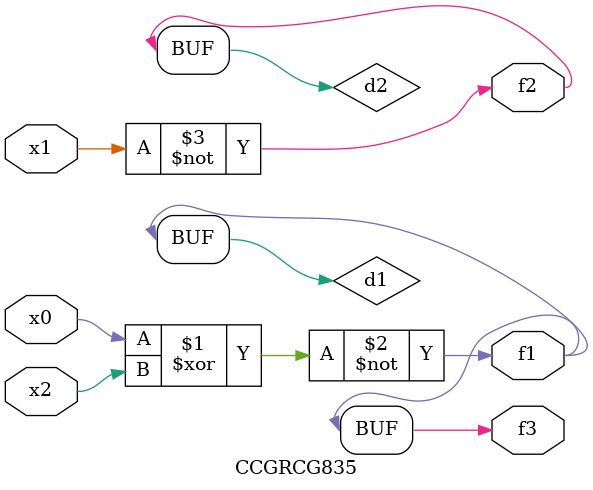
<source format=v>
module CCGRCG835(
	input x0, x1, x2,
	output f1, f2, f3
);

	wire d1, d2, d3;

	xnor (d1, x0, x2);
	nand (d2, x1);
	nor (d3, x1, x2);
	assign f1 = d1;
	assign f2 = d2;
	assign f3 = d1;
endmodule

</source>
